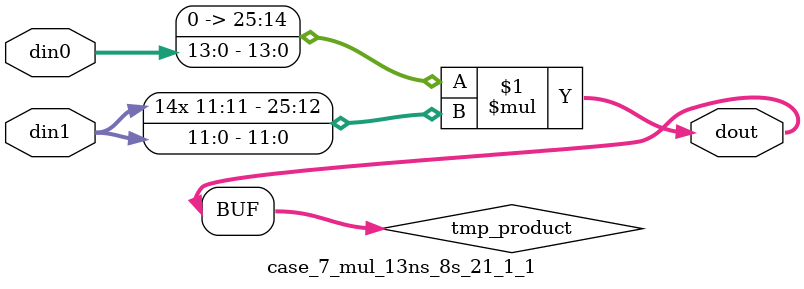
<source format=v>

`timescale 1 ns / 1 ps

 (* use_dsp = "no" *)  module case_7_mul_13ns_8s_21_1_1(din0, din1, dout);
parameter ID = 1;
parameter NUM_STAGE = 0;
parameter din0_WIDTH = 14;
parameter din1_WIDTH = 12;
parameter dout_WIDTH = 26;

input [din0_WIDTH - 1 : 0] din0; 
input [din1_WIDTH - 1 : 0] din1; 
output [dout_WIDTH - 1 : 0] dout;

wire signed [dout_WIDTH - 1 : 0] tmp_product;

























assign tmp_product = $signed({1'b0, din0}) * $signed(din1);










assign dout = tmp_product;





















endmodule

</source>
